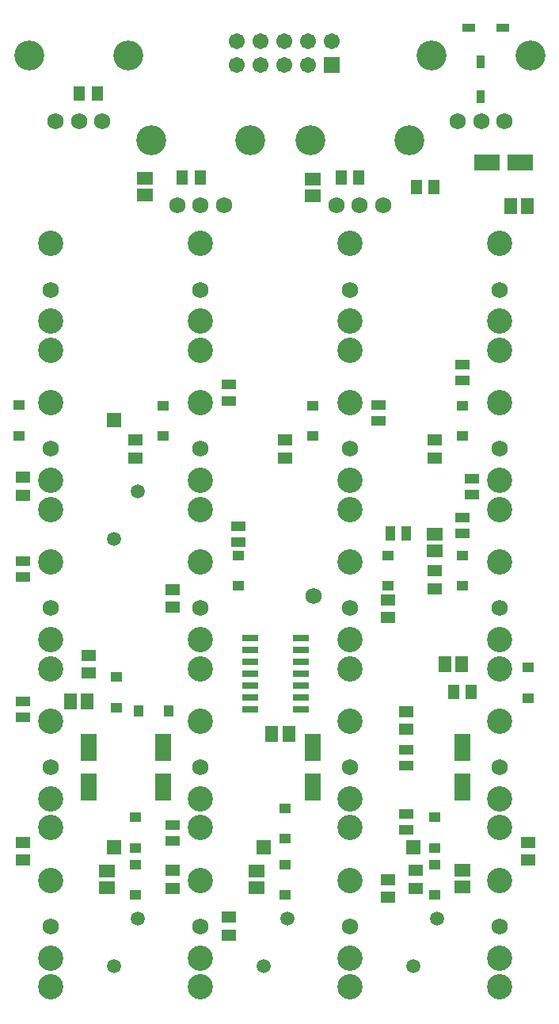
<source format=gbs>
G04 Layer_Color=16711935*
%FSLAX25Y25*%
%MOIN*%
G70*
G01*
G75*
%ADD37C,0.10642*%
%ADD38C,0.06800*%
%ADD39C,0.12611*%
%ADD40C,0.06706*%
%ADD41R,0.06706X0.06706*%
%ADD42R,0.05918X0.05918*%
%ADD43C,0.05918*%
%ADD44R,0.06312X0.04934*%
%ADD45R,0.04147X0.05918*%
%ADD46R,0.07099X0.11824*%
%ADD47R,0.11036X0.07099*%
%ADD48R,0.06706X0.02965*%
%ADD49R,0.04737X0.03950*%
%ADD50R,0.03556X0.05524*%
%ADD51R,0.05328X0.06509*%
%ADD52R,0.06509X0.05328*%
%ADD53R,0.03950X0.04737*%
%ADD54R,0.05524X0.03556*%
%ADD55R,0.05918X0.04147*%
%ADD56R,0.04934X0.06312*%
D37*
X31496Y-62913D02*
D03*
Y-50709D02*
D03*
Y-18032D02*
D03*
X-94488Y4016D02*
D03*
Y16220D02*
D03*
Y48898D02*
D03*
Y-129842D02*
D03*
Y-117638D02*
D03*
Y-84961D02*
D03*
X-31496Y4016D02*
D03*
Y16220D02*
D03*
Y48898D02*
D03*
Y-129842D02*
D03*
Y-117638D02*
D03*
Y-84961D02*
D03*
X-94488Y-196772D02*
D03*
Y-184567D02*
D03*
Y-151890D02*
D03*
Y70945D02*
D03*
Y83150D02*
D03*
Y115827D02*
D03*
X-31496Y-196772D02*
D03*
Y-184567D02*
D03*
Y-151890D02*
D03*
Y70945D02*
D03*
Y83150D02*
D03*
Y115827D02*
D03*
X-94488Y-62913D02*
D03*
Y-50709D02*
D03*
Y-18032D02*
D03*
X-31496Y-62913D02*
D03*
Y-50709D02*
D03*
Y-18032D02*
D03*
X94488Y4016D02*
D03*
Y16220D02*
D03*
Y48898D02*
D03*
Y-129842D02*
D03*
Y-117638D02*
D03*
Y-84961D02*
D03*
X31496Y4016D02*
D03*
Y16220D02*
D03*
Y48898D02*
D03*
Y-129842D02*
D03*
Y-117638D02*
D03*
Y-84961D02*
D03*
X94488Y-196772D02*
D03*
Y-184567D02*
D03*
Y-151890D02*
D03*
Y70945D02*
D03*
Y83150D02*
D03*
Y115827D02*
D03*
X31496Y-196772D02*
D03*
Y-184567D02*
D03*
Y-151890D02*
D03*
Y70945D02*
D03*
Y83150D02*
D03*
Y115827D02*
D03*
X94488Y-62913D02*
D03*
Y-50709D02*
D03*
Y-18032D02*
D03*
D38*
X31496Y-37402D02*
D03*
X45276Y131890D02*
D03*
X25591D02*
D03*
X35433D02*
D03*
X-94488Y29528D02*
D03*
Y-104331D02*
D03*
X-31496Y29528D02*
D03*
Y-104331D02*
D03*
X-94488Y-171260D02*
D03*
Y96457D02*
D03*
X-31496Y-171260D02*
D03*
Y96457D02*
D03*
X-94488Y-37402D02*
D03*
X-31496D02*
D03*
X94488Y29528D02*
D03*
Y-104331D02*
D03*
X31496Y29528D02*
D03*
Y-104331D02*
D03*
X94488Y-171260D02*
D03*
Y96457D02*
D03*
X31496Y-171260D02*
D03*
Y96457D02*
D03*
X94488Y-37402D02*
D03*
X-72835Y167323D02*
D03*
X-92520D02*
D03*
X-82677D02*
D03*
X-21654Y131890D02*
D03*
X-41339D02*
D03*
X-31496D02*
D03*
X96457Y167323D02*
D03*
X76772D02*
D03*
X86614D02*
D03*
X16016Y-32504D02*
D03*
D39*
X14567Y159449D02*
D03*
X56299D02*
D03*
X-103543Y194882D02*
D03*
X-61811D02*
D03*
X-52362Y159449D02*
D03*
X-10630D02*
D03*
X65748Y194882D02*
D03*
X107480D02*
D03*
D40*
X-16378Y200945D02*
D03*
Y190945D02*
D03*
X-6378Y200945D02*
D03*
Y190945D02*
D03*
X3622Y200945D02*
D03*
Y190945D02*
D03*
X13622Y200945D02*
D03*
Y190945D02*
D03*
X23622Y200945D02*
D03*
D41*
Y190945D02*
D03*
D42*
X-5000Y-137894D02*
D03*
X-67984Y41496D02*
D03*
X-67992Y-137894D02*
D03*
X57992D02*
D03*
D43*
X5000Y-167894D02*
D03*
X-5000Y-187894D02*
D03*
X-57984Y11496D02*
D03*
X-67984Y-8504D02*
D03*
X-57992Y-167894D02*
D03*
X-67992Y-187894D02*
D03*
X67992Y-167894D02*
D03*
X57992Y-187894D02*
D03*
D44*
X47244Y-41339D02*
D03*
Y-33858D02*
D03*
X-78740Y-57284D02*
D03*
Y-64764D02*
D03*
X-106299Y10039D02*
D03*
Y17520D02*
D03*
X-43307Y-147835D02*
D03*
Y-155315D02*
D03*
X-59055Y25787D02*
D03*
Y33268D02*
D03*
X-106299Y-136024D02*
D03*
Y-143504D02*
D03*
X-19685Y-167520D02*
D03*
Y-175000D02*
D03*
X-43307Y-37008D02*
D03*
Y-29528D02*
D03*
X59055Y-147835D02*
D03*
Y-155315D02*
D03*
X66929Y25787D02*
D03*
Y33268D02*
D03*
X55118Y-88386D02*
D03*
Y-80905D02*
D03*
X3937Y25787D02*
D03*
Y33268D02*
D03*
X106299Y-143504D02*
D03*
Y-136024D02*
D03*
X47244Y-151575D02*
D03*
Y-159055D02*
D03*
X66929Y-21850D02*
D03*
Y-29331D02*
D03*
D45*
X55118Y-5906D02*
D03*
X48425D02*
D03*
D46*
X15748Y-95866D02*
D03*
Y-112795D02*
D03*
X-78740Y-95866D02*
D03*
Y-112795D02*
D03*
X-47244Y-95866D02*
D03*
Y-112795D02*
D03*
X78740Y-95866D02*
D03*
Y-112795D02*
D03*
D47*
X103087Y150000D02*
D03*
X88913D02*
D03*
D48*
X-10630Y-79961D02*
D03*
X10630D02*
D03*
X-10630Y-74961D02*
D03*
X10630D02*
D03*
X-10630Y-69961D02*
D03*
X10630D02*
D03*
Y-49961D02*
D03*
X-10630D02*
D03*
X10630Y-54961D02*
D03*
X-10630D02*
D03*
X10630Y-59961D02*
D03*
X-10630D02*
D03*
Y-64961D02*
D03*
X10630D02*
D03*
D49*
X47244Y-28032D02*
D03*
Y-15276D02*
D03*
X-66929Y-79213D02*
D03*
Y-66457D02*
D03*
X-59055Y-145197D02*
D03*
Y-157953D02*
D03*
X-107984Y35118D02*
D03*
Y47874D02*
D03*
X-47244Y34961D02*
D03*
Y47717D02*
D03*
X-59055Y-125512D02*
D03*
Y-138268D02*
D03*
X106299Y-75276D02*
D03*
Y-62520D02*
D03*
X-15748Y-28032D02*
D03*
Y-15276D02*
D03*
X66929Y-145197D02*
D03*
Y-157953D02*
D03*
X78740Y34961D02*
D03*
Y47717D02*
D03*
X3937Y-145197D02*
D03*
Y-157953D02*
D03*
X15748Y34961D02*
D03*
Y47717D02*
D03*
X66929Y-125512D02*
D03*
Y-138268D02*
D03*
X3937Y-121575D02*
D03*
Y-134331D02*
D03*
X78740Y-28032D02*
D03*
Y-15276D02*
D03*
D50*
X86500Y192283D02*
D03*
Y177717D02*
D03*
D51*
X98957Y131500D02*
D03*
X106043D02*
D03*
X5559Y-90504D02*
D03*
X-1527D02*
D03*
X-86221Y-76772D02*
D03*
X-79134D02*
D03*
X71260Y-61024D02*
D03*
X78347D02*
D03*
D52*
X-70866Y-148031D02*
D03*
Y-155118D02*
D03*
X-55118Y143307D02*
D03*
Y136221D02*
D03*
X78740Y-147638D02*
D03*
Y-154724D02*
D03*
X-7874Y-148031D02*
D03*
Y-155118D02*
D03*
X66929Y-6299D02*
D03*
Y-13386D02*
D03*
X15748Y142913D02*
D03*
Y135827D02*
D03*
D53*
X-44803Y-80709D02*
D03*
X-57559D02*
D03*
D54*
X81217Y206500D02*
D03*
X95784D02*
D03*
D55*
X82677Y10433D02*
D03*
Y17126D02*
D03*
X-19685Y56496D02*
D03*
Y49803D02*
D03*
X-106299Y-76772D02*
D03*
Y-83465D02*
D03*
X-43307Y-135236D02*
D03*
Y-128543D02*
D03*
X-106299Y-24409D02*
D03*
Y-17717D02*
D03*
X-15748Y-3150D02*
D03*
Y-9843D02*
D03*
X78740Y64961D02*
D03*
Y58268D02*
D03*
X55118Y-130709D02*
D03*
Y-124016D02*
D03*
X43307Y41339D02*
D03*
Y48031D02*
D03*
X55118Y-97047D02*
D03*
Y-103740D02*
D03*
X78740Y787D02*
D03*
Y-5906D02*
D03*
D56*
X-75000Y179134D02*
D03*
X-82480D02*
D03*
X-39173Y143701D02*
D03*
X-31693D02*
D03*
X75000Y-72835D02*
D03*
X82480D02*
D03*
X59252Y139764D02*
D03*
X66732D02*
D03*
X27559Y143701D02*
D03*
X35039D02*
D03*
M02*

</source>
